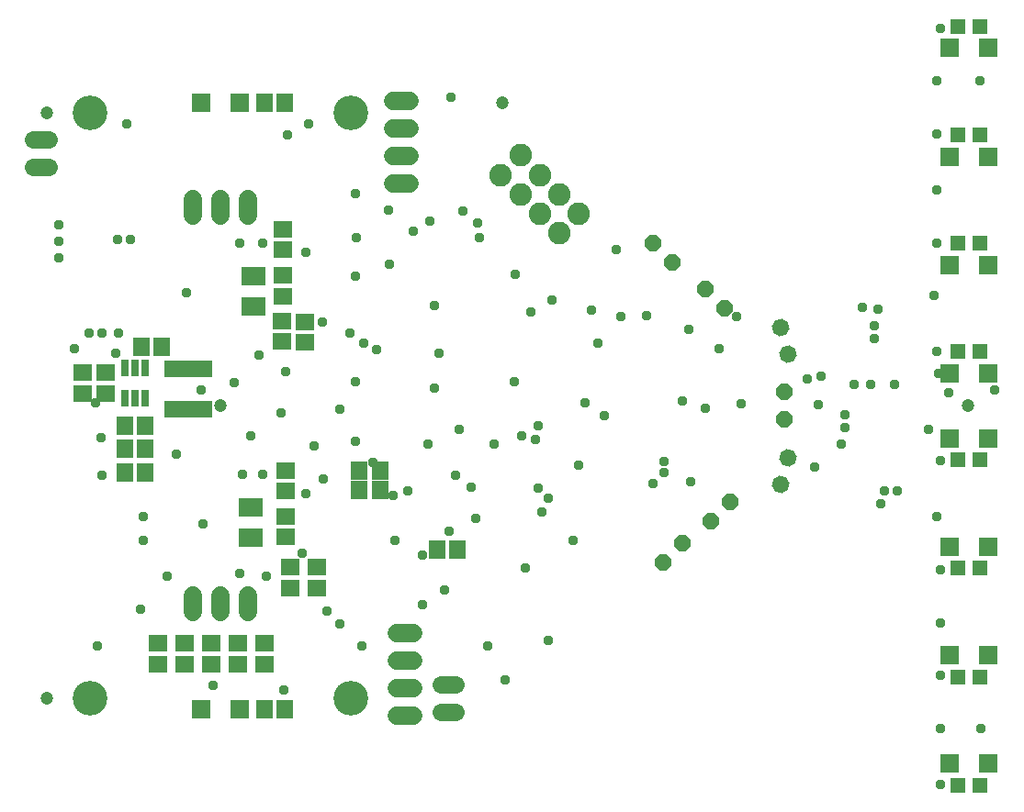
<source format=gbr>
G04 EAGLE Gerber RS-274X export*
G75*
%MOMM*%
%FSLAX34Y34*%
%LPD*%
%INSoldermask Bottom*%
%IPPOS*%
%AMOC8*
5,1,8,0,0,1.08239X$1,22.5*%
G01*
%ADD10P,1.649562X8X157.500000*%
%ADD11P,1.649562X8X247.500000*%
%ADD12P,1.649562X8X337.500000*%
%ADD13P,1.649562X8X67.500000*%
%ADD14C,1.625600*%
%ADD15R,2.203200X1.803200*%
%ADD16R,1.703200X1.503200*%
%ADD17C,1.727200*%
%ADD18R,1.803200X1.503200*%
%ADD19R,1.403200X1.403200*%
%ADD20R,1.703200X1.703200*%
%ADD21C,3.203200*%
%ADD22C,1.711200*%
%ADD23P,1.649562X8X277.500000*%
%ADD24P,1.649562X8X127.500000*%
%ADD25P,1.649562X8X112.500000*%
%ADD26C,2.082800*%
%ADD27R,0.753200X1.553200*%
%ADD28R,1.503200X1.703200*%
%ADD29R,4.403200X1.603200*%
%ADD30C,1.203200*%
%ADD31R,1.503200X1.803200*%
%ADD32C,0.959600*%


D10*
X635080Y519670D03*
X617120Y537630D03*
D11*
X640330Y341180D03*
X622370Y323220D03*
D12*
X568570Y580480D03*
X586530Y562520D03*
D13*
X578070Y285170D03*
X596030Y303130D03*
D14*
X11684Y650428D02*
X-2540Y650428D01*
X-2540Y675828D02*
X11684Y675828D01*
D15*
X200848Y521752D03*
X200848Y549752D03*
D16*
X226502Y508168D03*
X226502Y489168D03*
X248346Y507660D03*
X248346Y488660D03*
D15*
X198308Y307884D03*
X198308Y335884D03*
D17*
X329372Y711012D02*
X344612Y711012D01*
X344612Y685612D02*
X329372Y685612D01*
X329372Y660212D02*
X344612Y660212D01*
X344612Y634812D02*
X329372Y634812D01*
D18*
X227264Y593004D03*
X227264Y574004D03*
D16*
X227264Y550332D03*
X227264Y531332D03*
D18*
X230312Y370500D03*
X230312Y351500D03*
D16*
X230312Y327828D03*
X230312Y308828D03*
D19*
X849500Y80000D03*
X870500Y80000D03*
X849500Y180000D03*
X870500Y180000D03*
X849500Y280000D03*
X870500Y280000D03*
X849500Y380000D03*
X870500Y380000D03*
X849500Y480000D03*
X870500Y480000D03*
X849500Y580000D03*
X870500Y580000D03*
X849500Y680000D03*
X870500Y680000D03*
X849500Y780000D03*
X870500Y780000D03*
D20*
X877500Y100000D03*
X842500Y100000D03*
X877500Y200000D03*
X842500Y200000D03*
X877500Y300000D03*
X842500Y300000D03*
X877500Y400000D03*
X842500Y400000D03*
X877500Y560000D03*
X842500Y560000D03*
X877500Y660000D03*
X842500Y660000D03*
X877500Y760000D03*
X842500Y760000D03*
X877500Y460000D03*
X842500Y460000D03*
D21*
X50000Y700000D03*
X290000Y700000D03*
D22*
X195400Y620540D02*
X195400Y605460D01*
X170000Y605460D02*
X170000Y620540D01*
X144600Y620540D02*
X144600Y605460D01*
D21*
X290000Y160000D03*
X50000Y160000D03*
D22*
X144600Y239460D02*
X144600Y254540D01*
X170000Y254540D02*
X170000Y239460D01*
X195400Y239460D02*
X195400Y254540D01*
D23*
X693287Y382267D03*
X686713Y357733D03*
D24*
X693287Y477733D03*
X686713Y502267D03*
D25*
X690000Y417300D03*
X690000Y442700D03*
D26*
X500421Y607199D03*
X482461Y589239D03*
X482461Y625160D03*
X464500Y607199D03*
X464500Y643121D03*
X446539Y625160D03*
X446539Y661081D03*
X428579Y643121D03*
D16*
X185928Y210668D03*
X185928Y191668D03*
X210312Y210668D03*
X210312Y191668D03*
X112776Y210668D03*
X112776Y191668D03*
X161544Y210668D03*
X161544Y191668D03*
X137160Y210668D03*
X137160Y191668D03*
X259080Y280772D03*
X259080Y261772D03*
X234696Y280772D03*
X234696Y261772D03*
D17*
X332380Y143852D02*
X347620Y143852D01*
X347620Y169252D02*
X332380Y169252D01*
X332380Y194652D02*
X347620Y194652D01*
X347620Y220052D02*
X332380Y220052D01*
D27*
X100940Y437353D03*
X91440Y437353D03*
X81940Y437353D03*
X81940Y464855D03*
X91440Y464855D03*
X100940Y464855D03*
D28*
X97180Y484632D03*
X116180Y484632D03*
D16*
X42672Y460604D03*
X42672Y441604D03*
X64008Y460604D03*
X64008Y441604D03*
D28*
X81940Y411480D03*
X100940Y411480D03*
X81940Y368808D03*
X100940Y368808D03*
X81940Y390144D03*
X100940Y390144D03*
D29*
X140480Y463740D03*
X140480Y426740D03*
D30*
X859144Y430000D03*
D20*
X152500Y150000D03*
X187500Y150000D03*
D31*
X210500Y150000D03*
X229500Y150000D03*
D20*
X152500Y710000D03*
X187500Y710000D03*
D31*
X210500Y710000D03*
X229500Y710000D03*
D14*
X372888Y147300D02*
X387112Y147300D01*
X387112Y172700D02*
X372888Y172700D01*
D31*
X388748Y296952D03*
X369748Y296952D03*
D30*
X10000Y700000D03*
X10000Y160000D03*
X430000Y710000D03*
X170000Y430000D03*
D31*
X298140Y351956D03*
X317140Y351956D03*
X298140Y370072D03*
X317140Y370072D03*
D32*
X154112Y321376D03*
X99248Y327472D03*
X74864Y583504D03*
X138872Y534736D03*
X245552Y293944D03*
X263840Y507304D03*
X99248Y306136D03*
X87056Y583504D03*
X754568Y449392D03*
X745424Y409768D03*
X745424Y421960D03*
X723580Y457520D03*
X769808Y449392D03*
X432816Y176784D03*
X472440Y213360D03*
X463335Y353607D03*
X499872Y374904D03*
X524256Y420624D03*
X381000Y313944D03*
X441960Y551688D03*
X505968Y432816D03*
X646176Y512064D03*
X300416Y208600D03*
X416240Y208600D03*
X495488Y306136D03*
X596072Y434152D03*
X330896Y306136D03*
X343088Y351856D03*
X401000Y354904D03*
X422336Y394528D03*
X367472Y446344D03*
X440624Y452440D03*
X230312Y461584D03*
X294320Y549976D03*
X324800Y610936D03*
X367472Y522544D03*
X382712Y714568D03*
X84008Y690184D03*
X251648Y690184D03*
X248600Y571312D03*
X163256Y172024D03*
X56576Y208600D03*
X376616Y260416D03*
X568640Y357952D03*
X721040Y431104D03*
X562544Y513400D03*
X535112Y574360D03*
X294320Y626176D03*
X869912Y730288D03*
X870768Y131920D03*
X294320Y452440D03*
X248600Y348808D03*
X407096Y598744D03*
X60960Y365760D03*
X59624Y400624D03*
X35240Y482920D03*
X73152Y478536D03*
X129728Y385384D03*
X294320Y397576D03*
X361376Y394528D03*
X455864Y516448D03*
X187640Y275656D03*
X212024Y272608D03*
X96200Y242128D03*
X120584Y272608D03*
X205928Y476824D03*
X21336Y566928D03*
X76200Y496824D03*
X60960Y496824D03*
X48768Y496824D03*
X21336Y582168D03*
X21336Y597408D03*
X54864Y432816D03*
X617408Y428056D03*
X603184Y359984D03*
X601660Y500700D03*
X629600Y482920D03*
X280416Y426720D03*
X390144Y408432D03*
X280416Y228600D03*
X198120Y402336D03*
X182880Y451104D03*
X152400Y445008D03*
X265176Y362712D03*
X225552Y423170D03*
X256032Y393192D03*
X313944Y481584D03*
X393192Y609600D03*
X301752Y487680D03*
X347472Y591312D03*
X356616Y246888D03*
X356616Y292608D03*
X387096Y365760D03*
X833816Y80584D03*
X778952Y339664D03*
X833816Y181168D03*
X782000Y351856D03*
X833816Y278704D03*
X794192Y351856D03*
X833816Y379288D03*
X717992Y373192D03*
X830768Y479872D03*
X772856Y492064D03*
X830768Y580456D03*
X772856Y504256D03*
X830768Y681040D03*
X775904Y519496D03*
X833816Y778576D03*
X762054Y520544D03*
X578800Y378780D03*
X517840Y488000D03*
X448056Y402336D03*
X405384Y326136D03*
X475488Y527304D03*
X833816Y132400D03*
X833816Y229936D03*
X830768Y327472D03*
X822960Y408432D03*
X827720Y531688D03*
X830768Y629224D03*
X830768Y729808D03*
X832104Y460248D03*
X742376Y394528D03*
X649920Y432120D03*
X466344Y332232D03*
X539496Y512064D03*
X578800Y368620D03*
X512064Y518160D03*
X791144Y449392D03*
X841248Y441960D03*
X883920Y445008D03*
X710880Y454980D03*
X472440Y344424D03*
X463296Y411480D03*
X187640Y580456D03*
X208976Y580456D03*
X190688Y367096D03*
X208976Y367096D03*
X460248Y399288D03*
X289560Y496824D03*
X362712Y600456D03*
X371856Y478536D03*
X408432Y585216D03*
X451104Y280416D03*
X268224Y240792D03*
X228600Y167640D03*
X326136Y560832D03*
X295656Y585216D03*
X231648Y679704D03*
X329184Y347472D03*
X310896Y377952D03*
M02*

</source>
